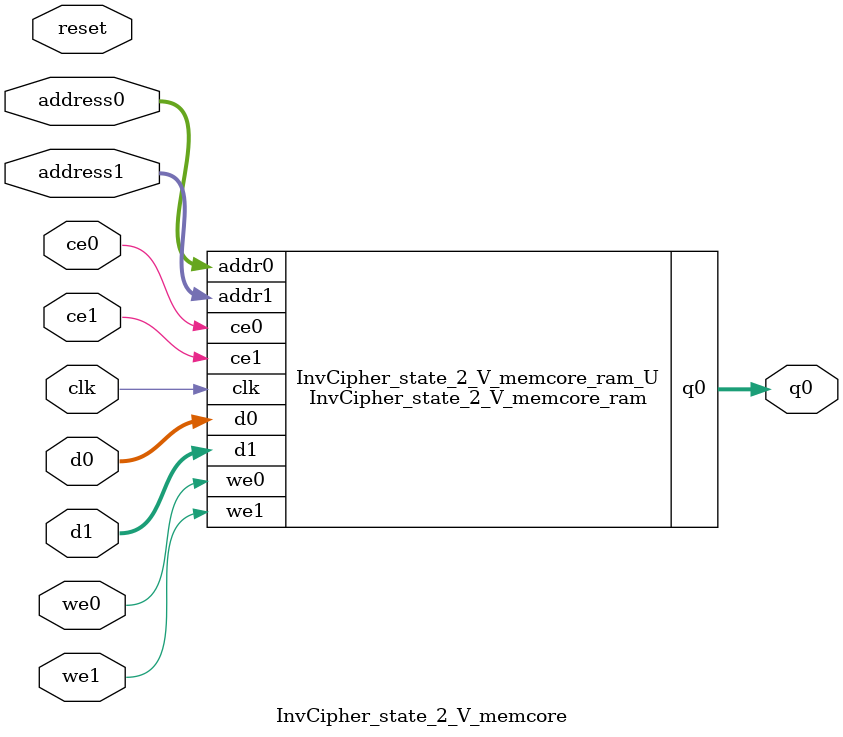
<source format=v>
`timescale 1 ns / 1 ps
module InvCipher_state_2_V_memcore_ram (addr0, ce0, d0, we0, q0, addr1, ce1, d1, we1,  clk);

parameter DWIDTH = 8;
parameter AWIDTH = 4;
parameter MEM_SIZE = 16;

input[AWIDTH-1:0] addr0;
input ce0;
input[DWIDTH-1:0] d0;
input we0;
output reg[DWIDTH-1:0] q0;
input[AWIDTH-1:0] addr1;
input ce1;
input[DWIDTH-1:0] d1;
input we1;
input clk;

(* ram_style = "block" *)reg [DWIDTH-1:0] ram[0:MEM_SIZE-1];




always @(posedge clk)  
begin 
    if (ce0) 
    begin
        if (we0) 
        begin 
            ram[addr0] <= d0; 
        end 
        q0 <= ram[addr0];
    end
end


always @(posedge clk)  
begin 
    if (ce1) 
    begin
        if (we1) 
        begin 
            ram[addr1] <= d1; 
        end 
    end
end


endmodule

`timescale 1 ns / 1 ps
module InvCipher_state_2_V_memcore(
    reset,
    clk,
    address0,
    ce0,
    we0,
    d0,
    q0,
    address1,
    ce1,
    we1,
    d1);

parameter DataWidth = 32'd8;
parameter AddressRange = 32'd16;
parameter AddressWidth = 32'd4;
input reset;
input clk;
input[AddressWidth - 1:0] address0;
input ce0;
input we0;
input[DataWidth - 1:0] d0;
output[DataWidth - 1:0] q0;
input[AddressWidth - 1:0] address1;
input ce1;
input we1;
input[DataWidth - 1:0] d1;



InvCipher_state_2_V_memcore_ram InvCipher_state_2_V_memcore_ram_U(
    .clk( clk ),
    .addr0( address0 ),
    .ce0( ce0 ),
    .we0( we0 ),
    .d0( d0 ),
    .q0( q0 ),
    .addr1( address1 ),
    .ce1( ce1 ),
    .we1( we1 ),
    .d1( d1 ));

endmodule


</source>
